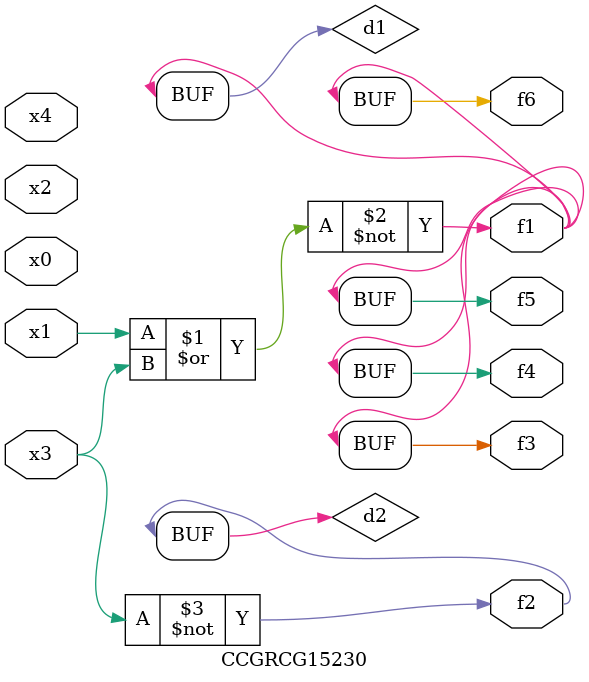
<source format=v>
module CCGRCG15230(
	input x0, x1, x2, x3, x4,
	output f1, f2, f3, f4, f5, f6
);

	wire d1, d2;

	nor (d1, x1, x3);
	not (d2, x3);
	assign f1 = d1;
	assign f2 = d2;
	assign f3 = d1;
	assign f4 = d1;
	assign f5 = d1;
	assign f6 = d1;
endmodule

</source>
